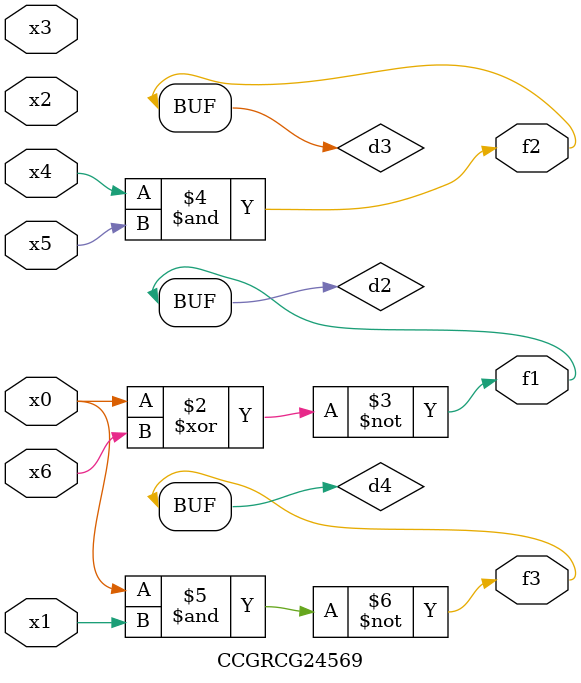
<source format=v>
module CCGRCG24569(
	input x0, x1, x2, x3, x4, x5, x6,
	output f1, f2, f3
);

	wire d1, d2, d3, d4;

	nor (d1, x0);
	xnor (d2, x0, x6);
	and (d3, x4, x5);
	nand (d4, x0, x1);
	assign f1 = d2;
	assign f2 = d3;
	assign f3 = d4;
endmodule

</source>
